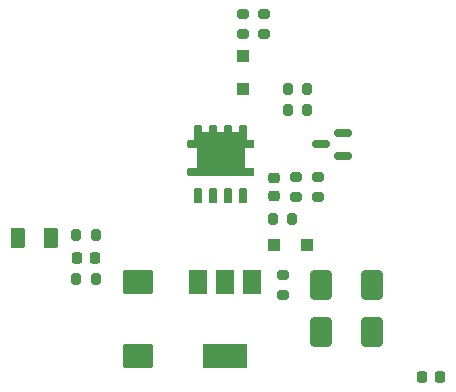
<source format=gbr>
%TF.GenerationSoftware,KiCad,Pcbnew,7.0.2-0*%
%TF.CreationDate,2023-05-10T21:03:08+08:00*%
%TF.ProjectId,LM317_supply_module,4c4d3331-375f-4737-9570-706c795f6d6f,rev?*%
%TF.SameCoordinates,Original*%
%TF.FileFunction,Paste,Top*%
%TF.FilePolarity,Positive*%
%FSLAX46Y46*%
G04 Gerber Fmt 4.6, Leading zero omitted, Abs format (unit mm)*
G04 Created by KiCad (PCBNEW 7.0.2-0) date 2023-05-10 21:03:08*
%MOMM*%
%LPD*%
G01*
G04 APERTURE LIST*
G04 Aperture macros list*
%AMRoundRect*
0 Rectangle with rounded corners*
0 $1 Rounding radius*
0 $2 $3 $4 $5 $6 $7 $8 $9 X,Y pos of 4 corners*
0 Add a 4 corners polygon primitive as box body*
4,1,4,$2,$3,$4,$5,$6,$7,$8,$9,$2,$3,0*
0 Add four circle primitives for the rounded corners*
1,1,$1+$1,$2,$3*
1,1,$1+$1,$4,$5*
1,1,$1+$1,$6,$7*
1,1,$1+$1,$8,$9*
0 Add four rect primitives between the rounded corners*
20,1,$1+$1,$2,$3,$4,$5,0*
20,1,$1+$1,$4,$5,$6,$7,0*
20,1,$1+$1,$6,$7,$8,$9,0*
20,1,$1+$1,$8,$9,$2,$3,0*%
G04 Aperture macros list end*
%ADD10RoundRect,0.200000X-0.275000X0.200000X-0.275000X-0.200000X0.275000X-0.200000X0.275000X0.200000X0*%
%ADD11R,1.500000X2.000000*%
%ADD12R,3.800000X2.000000*%
%ADD13RoundRect,0.225000X-0.250000X0.225000X-0.250000X-0.225000X0.250000X-0.225000X0.250000X0.225000X0*%
%ADD14RoundRect,0.225000X0.225000X0.250000X-0.225000X0.250000X-0.225000X-0.250000X0.225000X-0.250000X0*%
%ADD15RoundRect,0.250000X0.650000X-1.000000X0.650000X1.000000X-0.650000X1.000000X-0.650000X-1.000000X0*%
%ADD16RoundRect,0.250000X-0.375000X-0.625000X0.375000X-0.625000X0.375000X0.625000X-0.375000X0.625000X0*%
%ADD17RoundRect,0.225000X-0.225000X-0.250000X0.225000X-0.250000X0.225000X0.250000X-0.225000X0.250000X0*%
%ADD18RoundRect,0.200000X-0.200000X-0.275000X0.200000X-0.275000X0.200000X0.275000X-0.200000X0.275000X0*%
%ADD19RoundRect,0.061000X-0.244000X-0.574000X0.244000X-0.574000X0.244000X0.574000X-0.244000X0.574000X0*%
%ADD20RoundRect,0.061000X0.574000X-0.244000X0.574000X0.244000X-0.574000X0.244000X-0.574000X-0.244000X0*%
%ADD21R,4.100000X3.810000*%
%ADD22RoundRect,0.200000X0.200000X0.275000X-0.200000X0.275000X-0.200000X-0.275000X0.200000X-0.275000X0*%
%ADD23RoundRect,0.250000X-0.300000X-0.300000X0.300000X-0.300000X0.300000X0.300000X-0.300000X0.300000X0*%
%ADD24RoundRect,0.250000X-0.650000X1.000000X-0.650000X-1.000000X0.650000X-1.000000X0.650000X1.000000X0*%
%ADD25RoundRect,0.150000X0.587500X0.150000X-0.587500X0.150000X-0.587500X-0.150000X0.587500X-0.150000X0*%
%ADD26RoundRect,0.250000X0.300000X-0.300000X0.300000X0.300000X-0.300000X0.300000X-0.300000X-0.300000X0*%
%ADD27RoundRect,0.250000X-1.025000X0.787500X-1.025000X-0.787500X1.025000X-0.787500X1.025000X0.787500X0*%
G04 APERTURE END LIST*
D10*
%TO.C,R4*%
X204730000Y-137125000D03*
X204730000Y-138775000D03*
%TD*%
D11*
%TO.C,U1*%
X201030000Y-146000000D03*
X198730000Y-146000000D03*
D12*
X198730000Y-152300000D03*
D11*
X196430000Y-146000000D03*
%TD*%
D13*
%TO.C,C1*%
X202830000Y-137175000D03*
X202830000Y-138725000D03*
%TD*%
D10*
%TO.C,R1*%
X202030000Y-123325000D03*
X202030000Y-124975000D03*
%TD*%
%TO.C,R5*%
X206540000Y-137130000D03*
X206540000Y-138780000D03*
%TD*%
D14*
%TO.C,C3*%
X187705000Y-143950000D03*
X186155000Y-143950000D03*
%TD*%
D15*
%TO.C,D4*%
X211130000Y-150250000D03*
X211130000Y-146250000D03*
%TD*%
D16*
%TO.C,D5*%
X181200000Y-142300000D03*
X184000000Y-142300000D03*
%TD*%
D10*
%TO.C,R7*%
X203630000Y-145425000D03*
X203630000Y-147075000D03*
%TD*%
D17*
%TO.C,C4*%
X215355000Y-154051000D03*
X216905000Y-154051000D03*
%TD*%
D18*
%TO.C,R3*%
X204005000Y-131450000D03*
X205655000Y-131450000D03*
%TD*%
D19*
%TO.C,Q1*%
X196455000Y-138705000D03*
X197725000Y-138705000D03*
X198995000Y-138705000D03*
X200265000Y-138705000D03*
D20*
X196190000Y-134350000D03*
X196190000Y-136730000D03*
D19*
X196455000Y-133350000D03*
X197725000Y-133350000D03*
D21*
X198355000Y-135150500D03*
D19*
X198995000Y-133350000D03*
X200265000Y-133350000D03*
D20*
X200530000Y-134350000D03*
X200530000Y-136730000D03*
%TD*%
D22*
%TO.C,R6*%
X204380000Y-140650000D03*
X202730000Y-140650000D03*
%TD*%
%TO.C,R9*%
X187755000Y-145750000D03*
X186105000Y-145750000D03*
%TD*%
D23*
%TO.C,D2*%
X202830000Y-142850000D03*
X205630000Y-142850000D03*
%TD*%
D24*
%TO.C,D3*%
X206830000Y-146250000D03*
X206830000Y-150250000D03*
%TD*%
D25*
%TO.C,Q2*%
X208677500Y-135300000D03*
X208677500Y-133400000D03*
X206802500Y-134350000D03*
%TD*%
D26*
%TO.C,D1*%
X200230000Y-129650000D03*
X200230000Y-126850000D03*
%TD*%
D10*
%TO.C,R8*%
X200230000Y-123325000D03*
X200230000Y-124975000D03*
%TD*%
D18*
%TO.C,R10*%
X186105000Y-142050000D03*
X187755000Y-142050000D03*
%TD*%
D27*
%TO.C,C2*%
X191330000Y-146037500D03*
X191330000Y-152262500D03*
%TD*%
D18*
%TO.C,R2*%
X204005000Y-129650000D03*
X205655000Y-129650000D03*
%TD*%
M02*

</source>
